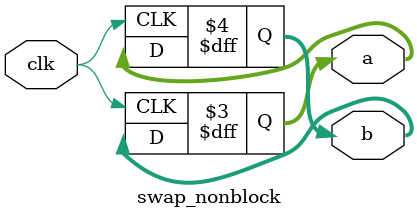
<source format=v>
`timescale 1ns / 1ps
module swap_nonblock(
    output reg [3:0] a,
    output reg [3:0] b,
    input clk
    );
	 initial
	 begin
	 //assign initial values to a and b
	 a = 4;
	 b = 3;
	 end
	 always@(posedge clk)
	 begin 
	 //swap a and b at every posedge of the clock
	 a <= b;
	 b <= a;	
	 end
endmodule

</source>
